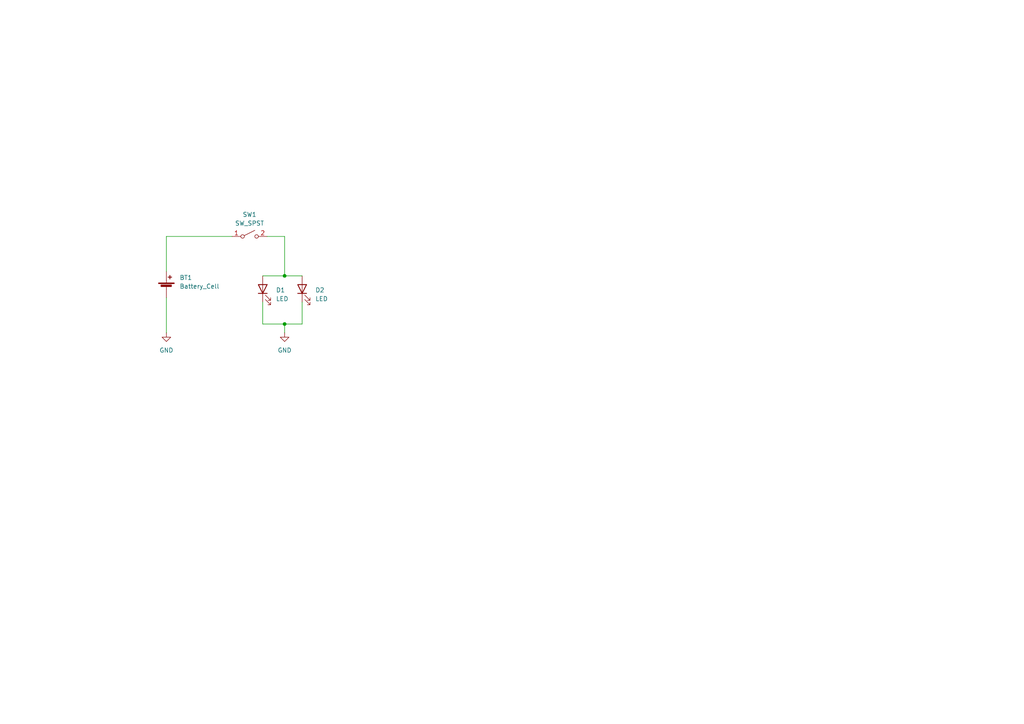
<source format=kicad_sch>
(kicad_sch (version 20231120) (generator "eeschema") (generator_version "8.0")
  (paper "A4")
  (lib_symbols
    (symbol "Switch:SW_SPST" (pin_names (offset 0) hide)
      (property "Reference" "SW" (at 0 3.175 0))
      (property "Value" "SW_SPST" (at 0 -2.54 0))
      (symbol "SW_SPST_0_0"
        (circle (center -2.032 0) (radius 0.508))
        (polyline (pts (xy -1.524 0.254) (xy 1.524 1.778)))
        (circle (center 2.032 0) (radius 0.508))
      )
      (symbol "SW_SPST_1_1"
        (pin passive line (at -5.08 0 0) (length 2.54) (name "A") (number "1"))
        (pin passive line (at 5.08 0 180) (length 2.54) (name "B") (number "2"))
      )
    )
    (symbol "_BadgePirates:Battery_Cell" (pin_numbers hide) (pin_names (offset 0) hide)
      (property "Reference" "BT1" (at 3.81 2.667 0))
      (property "Value" "Battery_Cell" (at 3.81 0.127 0))
      (symbol "Battery_Cell_0_1"
        (rectangle (start -2.286 1.778) (end 2.286 1.524) (fill (type outline)))
        (rectangle (start -1.5748 1.1938) (end 1.4732 0.6858) (fill (type outline)))
        (polyline (pts (xy 0 0.762) (xy 0 0)))
        (polyline (pts (xy 0 1.778) (xy 0 2.54)))
        (polyline (pts (xy 0.508 3.429) (xy 1.524 3.429)) (stroke (width 0.254)))
        (polyline (pts (xy 1.016 3.937) (xy 1.016 2.921)) (stroke (width 0.254)))
      )
      (symbol "Battery_Cell_1_1"
        (pin passive line (at 0 5.08 270) (length 2.54) (name "+") (number "1"))
        (pin passive line (at 0 -2.54 90) (length 2.54) (name "-") (number "2"))
      )
    )
    (symbol "_BadgePirates:LED_Yellow_ReverseMount_Gullwing" (pin_numbers hide) (pin_names (offset 1.016) hide)
      (property "Reference" "D2" (at -0.1778 5.5118 0))
      (property "Value" "LED" (at -0.1778 3.2004 0))
      (symbol "LED_Yellow_ReverseMount_Gullwing_0_1"
        (polyline (pts (xy -1.27 -1.27) (xy -1.27 1.27)) (stroke (width 0.254)))
        (polyline (pts (xy -1.27 0) (xy 1.27 0)))
        (polyline (pts (xy 1.27 -1.27) (xy 1.27 1.27) (xy -1.27 0) (xy 1.27 -1.27)) (stroke (width 0.254)))
        (polyline (pts (xy -3.048 -0.762) (xy -4.572 -2.286) (xy -3.81 -2.286) (xy -4.572 -2.286) (xy -4.572 -1.524)))
        (polyline (pts (xy -1.778 -0.762) (xy -3.302 -2.286) (xy -2.54 -2.286) (xy -3.302 -2.286) (xy -3.302 -1.524)))
      )
      (symbol "LED_Yellow_ReverseMount_Gullwing_1_1"
        (pin passive line (at -3.81 0 0) (length 2.54) (name "K") (number "1"))
        (pin passive line (at 3.81 0 180) (length 2.54) (name "A") (number "2"))
      )
    )
    (symbol "power:GND" (power) (pin_numbers hide) (pin_names (offset 0) hide)
      (property "Value" "GND" (at 0 -3.81 0))
      (symbol "GND_0_1"
        (polyline (pts (xy 0 0) (xy 0 -1.27) (xy 1.27 -1.27) (xy 0 -2.54) (xy -1.27 -1.27) (xy 0 -1.27)))
      )
      (symbol "GND_1_1"
        (pin power_in line (at 0 0 270) (length 0) (name "~") (number "1"))
      )
    )
  )
  (junction (at 82.55 80.01))
  (junction (at 82.55 93.98))
  (wire (pts (xy 82.55 93.98) (xy 82.55 96.52)))
  (wire (pts (xy 77.47 68.58) (xy 82.55 68.58)))
  (wire (pts (xy 76.2 80.01) (xy 82.55 80.01)))
  (wire (pts (xy 48.26 68.58) (xy 48.26 78.74)))
  (wire (pts (xy 76.2 87.63) (xy 76.2 93.98)))
  (wire (pts (xy 48.26 86.36) (xy 48.26 96.52)))
  (wire (pts (xy 82.55 93.98) (xy 87.63 93.98)))
  (wire (pts (xy 82.55 80.01) (xy 87.63 80.01)))
  (wire (pts (xy 76.2 93.98) (xy 82.55 93.98)))
  (wire (pts (xy 87.63 87.63) (xy 87.63 93.98)))
  (wire (pts (xy 82.55 68.58) (xy 82.55 80.01)))
  (wire (pts (xy 48.26 68.58) (xy 67.31 68.58)))
  (symbol (lib_id "power:GND") (at 48.26 96.52 0) (unit 1)
    (property "Reference" "#PWR01" (effects (hide yes)))
    (property "Value" "GND" (at 48.26 101.6 0))
    (property "Description" "Power symbol creates a global label with name \"GND\" , ground" (effects (hide yes)))
  )
  (symbol (lib_id "_BadgePirates:Battery_Cell") (at 48.26 83.82 0) (unit 1)
    (property "Reference" "BT1" (at 52.07 80.5179 0) (effects (justify left)))
    (property "Value" "Battery_Cell" (at 52.07 83.0579 0) (effects (justify left)))
    (property "Footprint" "_BadgePirates:BatteryHolder_MPD_BC2003_1x2032_Fixed" (effects (hide yes)))
    (property "Description" "Single-cell battery" (effects (hide yes)))
  )
  (symbol (lib_id "power:GND") (at 82.55 96.52 0) (unit 1)
    (property "Reference" "#PWR02" (effects (hide yes)))
    (property "Value" "GND" (at 82.55 101.6 0))
    (property "Description" "Power symbol creates a global label with name \"GND\" , ground" (effects (hide yes)))
  )
  (symbol (lib_id "_BadgePirates:LED_Yellow_ReverseMount_Gullwing") (at 76.2 83.82 90) (unit 1)
    (property "Reference" "D1" (at 80.01 84.1374 90) (effects (justify right)))
    (property "Value" "LED" (at 80.01 86.6774 90) (effects (justify right)))
    (property "Footprint" "_BadgePirates:LED_Osram_Lx_P47F_D2mm_ReverseMount_Proper_Mask Only" (effects (hide yes)))
    (property "Datasheet" "https://www.mouser.com/datasheet/2/216/AA3528SYCKT09-1602219.pdf" (effects (hide yes)))
    (property "Description" "Reverse Mount GullWing LED" (effects (hide yes)))
    (property "MFG" "KingBright" (effects (hide yes)))
    (property "MFG_PN" "AA3528SYCKT09" (effects (hide yes)))
    (property "Vendor1" "Mouser" (effects (hide yes)))
    (property "Vendor1_PN" "604-AA3528SYCKT09" (effects (hide yes)))
    (property "Vendor1_URL" "https://www.mouser.com/ProductDetail/Kingbright/AA3528SYCKT09?qs=PzGy0jfpSMsmUm0ELhsFuQ%3D%3D" (effects (hide yes)))
  )
  (symbol (lib_id "_BadgePirates:LED_Yellow_ReverseMount_Gullwing") (at 87.63 83.82 90) (unit 1)
    (property "Reference" "D2" (at 91.44 84.1374 90) (effects (justify right)))
    (property "Value" "LED" (at 91.44 86.6774 90) (effects (justify right)))
    (property "Footprint" "_BadgePirates:LED_Osram_Lx_P47F_D2mm_ReverseMount_Proper_Mask Only" (effects (hide yes)))
    (property "Datasheet" "https://www.mouser.com/datasheet/2/216/AA3528SYCKT09-1602219.pdf" (effects (hide yes)))
    (property "Description" "Reverse Mount GullWing LED" (effects (hide yes)))
    (property "MFG" "KingBright" (effects (hide yes)))
    (property "MFG_PN" "AA3528SYCKT09" (effects (hide yes)))
    (property "Vendor1" "Mouser" (effects (hide yes)))
    (property "Vendor1_PN" "604-AA3528SYCKT09" (effects (hide yes)))
    (property "Vendor1_URL" "https://www.mouser.com/ProductDetail/Kingbright/AA3528SYCKT09?qs=PzGy0jfpSMsmUm0ELhsFuQ%3D%3D" (effects (hide yes)))
  )
  (symbol (lib_id "Switch:SW_SPST") (at 72.39 68.58 0) (unit 1)
    (property "Reference" "SW1" (at 72.39 62.23 0))
    (property "Value" "SW_SPST" (at 72.39 64.77 0))
    (property "Footprint" "Button_Switch_THT:SW_Slide-03_Wuerth-WS-SLTV_10x2.5x6.4_P2.54mm" (effects (hide yes)))
    (property "Description" "Single Pole Single Throw (SPST) switch" (effects (hide yes)))
  )
)
</source>
